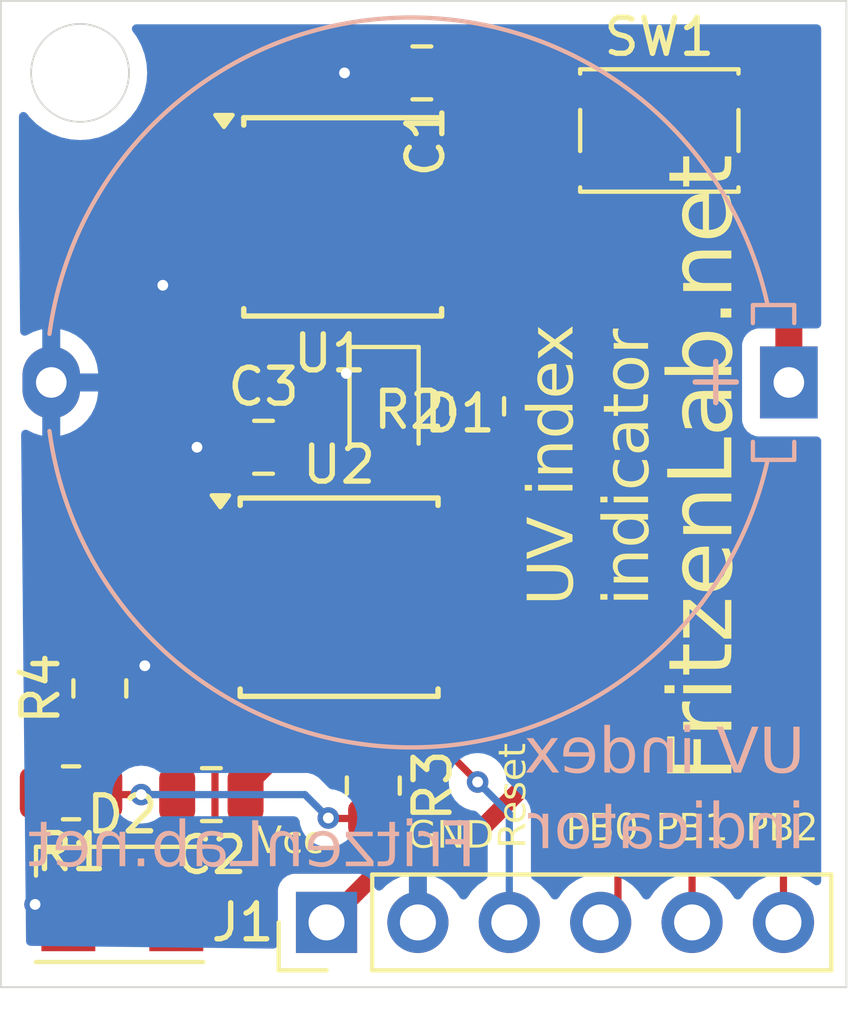
<source format=kicad_pcb>
(kicad_pcb (version 20240108) (generator "pcbnew") (generator_version "8.0")
  (layers (0 "F.Cu" signal) (31 "B.Cu" signal) (34 "B.Paste" user) (35 "F.Paste" user) (36 "B.SilkS" user "B.Silkscreen") (37 "F.SilkS" user "F.Silkscreen") (38 "B.Mask" user) (39 "F.Mask" user) (44 "Edge.Cuts" user))
  (net 0 "")
  (net 1 "GND")
  (net 2 "Net-(BT1-+)")
  (net 3 "VCC")
  (net 4 "Net-(D1-A)")
  (net 5 "B")
  (net 6 "PB5-reset")
  (net 7 "A")
  (net 8 "C")
  (net 10 "Net-(D2-K)")
  (net 11 "Net-(C2-Pad2)")
  (net 12 "UVsignal")
  (footprint "Capacitor_SMD:C_0805_2012Metric" (layer "F.Cu") (at 75.1 46.2 180)
    (property "Reference" "C1" (at -0.1 -1.9 90) (layer "F.SilkS"))
    (property "Value" "100n" (hide yes))
    (fp_line (start -0.261252 0.735) (end 0.261252 0.735) (stroke (width 0.12)) (layer "F.SilkS"))
    (fp_line (start -0.261252 -0.735) (end 0.261252 -0.735) (stroke (width 0.12)) (layer "F.SilkS"))
    (pad "1" smd roundrect (at -0.95 0 180) (size 1 1.45) (layers "F.Cu" "F.Paste" "F.Mask") (net 3 "VCC"))
    (pad "2" smd roundrect (at 0.95 0 180) (size 1 1.45) (layers "F.Cu" "F.Paste" "F.Mask") (net 1 "GND"))
  )
  (footprint "Package_SO:SOIC-8W_5.3x5.3mm_P1.27mm" (layer "F.Cu") (at 72.8 60.765)
    (property "Reference" "U2" (at 0 -3.68 360) (layer "F.SilkS"))
    (property "Value" "LM358")
    (fp_line (start -2.75 -2.755) (end -2.75 -2.55) (stroke (width 0.15)) (layer "F.SilkS"))
    (fp_line (start -2.75 -2.755) (end 2.75 -2.755) (stroke (width 0.15)) (layer "F.SilkS"))
    (fp_line (start -2.75 2.755) (end -2.75 2.55) (stroke (width 0.15)) (layer "F.SilkS"))
    (fp_line (start -2.75 2.755) (end 2.75 2.755) (stroke (width 0.15)) (layer "F.SilkS"))
    (fp_line (start 2.75 -2.755) (end 2.75 -2.55) (stroke (width 0.15)) (layer "F.SilkS"))
    (fp_line (start 2.75 2.755) (end 2.75 2.55) (stroke (width 0.15)) (layer "F.SilkS"))
    (fp_poly (pts (xy -3.3 -2.5) (xy -3.54 -2.83) (xy -3.06 -2.83) (xy -3.3 -2.5)) (stroke (width 0.12)) (fill solid) (layer "F.SilkS"))
    (pad "1" smd rect (at -3.65 -1.905) (size 1.7 0.65) (layers "F.Cu" "F.Paste" "F.Mask") (net 12 "UVsignal"))
    (pad "2" smd rect (at -3.65 -0.635) (size 1.7 0.65) (layers "F.Cu" "F.Paste" "F.Mask") (net 10 "Net-(D2-K)"))
    (pad "3" smd rect (at -3.65 0.635) (size 1.7 0.65) (layers "F.Cu" "F.Paste" "F.Mask") (net 1 "GND"))
    (pad "4" smd rect (at -3.65 1.905) (size 1.7 0.65) (layers "F.Cu" "F.Paste" "F.Mask") (net 1 "GND"))
    (pad "5" smd rect (at 3.65 1.905) (size 1.7 0.65) (layers "F.Cu" "F.Paste" "F.Mask"))
    (pad "6" smd rect (at 3.65 0.635) (size 1.7 0.65) (layers "F.Cu" "F.Paste" "F.Mask"))
    (pad "7" smd rect (at 3.65 -0.635) (size 1.7 0.65) (layers "F.Cu" "F.Paste" "F.Mask"))
    (pad "8" smd rect (at 3.65 -1.905) (size 1.7 0.65) (layers "F.Cu" "F.Paste" "F.Mask") (net 3 "VCC"))
  )
  (footprint "Resistor_SMD:R_0805_2012Metric" (layer "F.Cu") (at 66.15 63.3 90)
    (property "Reference" "R4" (at 0 -1.65 90) (layer "F.SilkS"))
    (property "Value" "1k")
    (fp_line (start -0.227064 -0.735) (end 0.227064 -0.735) (stroke (width 0.12)) (layer "F.SilkS"))
    (fp_line (start -0.227064 0.735) (end 0.227064 0.735) (stroke (width 0.12)) (layer "F.SilkS"))
    (pad "1" smd roundrect (at -0.9125 0 90) (size 1.025 1.4) (layers "F.Cu" "F.Paste" "F.Mask") (roundrect_rratio 0.243902) (net 11 "Net-(C2-Pad2)"))
    (pad "2" smd roundrect (at 0.9125 0 90) (size 1.025 1.4) (layers "F.Cu" "F.Paste" "F.Mask") (roundrect_rratio 0.243902) (net 1 "GND"))
  )
  (footprint "Resistor_SMD:R_0805_2012Metric" (layer "F.Cu") (at 76.65 55.4625 90)
    (property "Reference" "R2" (at -0.1 -1.9 0) (layer "F.SilkS"))
    (property "Value" "1k" (hide yes))
    (fp_line (start -0.227064 -0.735) (end 0.227064 -0.735) (stroke (width 0.12)) (layer "F.SilkS"))
    (fp_line (start -0.227064 0.735) (end 0.227064 0.735) (stroke (width 0.12)) (layer "F.SilkS"))
    (pad "1" smd roundrect (at -0.9125 0 90) (size 1.025 1.4) (layers "F.Cu" "F.Paste" "F.Mask") (roundrect_rratio 0.243902) (net 4 "Net-(D1-A)"))
    (pad "2" smd roundrect (at 0.9125 0 90) (size 1.025 1.4) (layers "F.Cu" "F.Paste" "F.Mask") (roundrect_rratio 0.243902) (net 7 "A"))
  )
  (footprint "Connector_PinHeader_2.54mm:PinHeader_1x06_P2.54mm_Vertical" (layer "F.Cu") (at 72.45 69.8 90)
    (property "Reference" "J1" (at 0 -2.33 360) (layer "F.SilkS"))
    (property "Value" "Conn_01x06_Pin" (hide yes))
    (fp_line (start -1.33 -1.33) (end 0 -1.33) (stroke (width 0.12)) (layer "F.SilkS"))
    (fp_line (start -1.33 0) (end -1.33 -1.33) (stroke (width 0.12)) (layer "F.SilkS"))
    (fp_line (start 1.33 1.27) (end 1.33 14.03) (stroke (width 0.12)) (layer "F.SilkS"))
    (fp_line (start -1.33 1.27) (end 1.33 1.27) (stroke (width 0.12)) (layer "F.SilkS"))
    (fp_line (start -1.33 1.27) (end -1.33 14.03) (stroke (width 0.12)) (layer "F.SilkS"))
    (fp_line (start -1.33 14.03) (end 1.33 14.03) (stroke (width 0.12)) (layer "F.SilkS"))
    (pad "1" thru_hole rect (at 0 0 90) (size 1.7 1.7) (drill 1) (layers "*.Cu" "*.Mask") (net 3 "VCC"))
    (pad "2" thru_hole oval (at 0 2.54 90) (size 1.7 1.7) (drill 1) (layers "*.Cu" "*.Mask") (net 1 "GND"))
    (pad "3" thru_hole oval (at 0 5.08 90) (size 1.7 1.7) (drill 1) (layers "*.Cu" "*.Mask") (net 6 "PB5-reset"))
    (pad "4" thru_hole oval (at 0 7.62 90) (size 1.7 1.7) (drill 1) (layers "*.Cu" "*.Mask") (net 7 "A"))
    (pad "5" thru_hole oval (at 0 10.16 90) (size 1.7 1.7) (drill 1) (layers "*.Cu" "*.Mask") (net 5 "B"))
    (pad "6" thru_hole oval (at 0 12.7 90) (size 1.7 1.7) (drill 1) (layers "*.Cu" "*.Mask") (net 8 "C"))
  )
  (footprint "Button_Switch_SMD:SW_SPST_PTS810" (layer "F.Cu") (at 81.7 47.8)
    (property "Reference" "SW1" (at 0 -2.6 0) (layer "F.SilkS"))
    (property "Value" "SW_Push_Dual" (hide yes))
    (fp_line (start -2.2 -1.7) (end -2.2 -1.58) (stroke (width 0.12)) (layer "F.SilkS"))
    (fp_line (start -2.2 -0.57) (end -2.2 0.57) (stroke (width 0.12)) (layer "F.SilkS"))
    (fp_line (start -2.2 1.58) (end -2.2 1.7) (stroke (width 0.12)) (layer "F.SilkS"))
    (fp_line (start -2.2 1.7) (end 2.2 1.7) (stroke (width 0.12)) (layer "F.SilkS"))
    (fp_line (start 2.2 -1.7) (end -2.2 -1.7) (stroke (width 0.12)) (layer "F.SilkS"))
    (fp_line (start 2.2 -1.58) (end 2.2 -1.7) (stroke (width 0.12)) (layer "F.SilkS"))
    (fp_line (start 2.2 0.57) (end 2.2 -0.57) (stroke (width 0.12)) (layer "F.SilkS"))
    (fp_line (start 2.2 1.7) (end 2.2 1.58) (stroke (width 0.12)) (layer "F.SilkS"))
    (pad "1" smd rect (at -2.075 -1.075) (size 1.05 0.65) (layers "F.Cu" "F.Paste" "F.Mask") (net 2 "Net-(BT1-+)"))
    (pad "1" smd rect (at 2.075 -1.075) (size 1.05 0.65) (layers "F.Cu" "F.Paste" "F.Mask") (net 2 "Net-(BT1-+)"))
    (pad "2" smd rect (at -2.075 1.075) (size 1.05 0.65) (layers "F.Cu" "F.Paste" "F.Mask") (net 3 "VCC"))
    (pad "2" smd rect (at 2.075 1.075) (size 1.05 0.65) (layers "F.Cu" "F.Paste" "F.Mask") (net 3 "VCC"))
  )
  (footprint "LED_SMD:LED_0805_2012Metric" (layer "F.Cu") (at 74.05 55.5 -90)
    (property "Reference" "D1" (at 0.1625 -2.1 360) (layer "F.SilkS"))
    (property "Value" "LED" (hide yes))
    (fp_line (start -1.685 0.96) (end 1 0.96) (stroke (width 0.12)) (layer "F.SilkS"))
    (fp_line (start -1.685 -0.96) (end -1.685 0.96) (stroke (width 0.12)) (layer "F.SilkS"))
    (fp_line (start 1 -0.96) (end -1.685 -0.96) (stroke (width 0.12)) (layer "F.SilkS"))
    (pad "1" smd roundrect (at -0.9375 0 270) (size 0.975 1.4) (layers "F.Cu" "F.Paste" "F.Mask") (net 1 "GND"))
    (pad "2" smd roundrect (at 0.9375 0 270) (size 0.975 1.4) (layers "F.Cu" "F.Paste" "F.Mask") (net 4 "Net-(D1-A)"))
  )
  (footprint "Package_SO:SOIC-8W_5.3x5.3mm_P1.27mm" (layer "F.Cu") (at 72.9 50.2)
    (property "Reference" "U1" (at -0.35 3.795 0) (layer "F.SilkS"))
    (property "Value" "ATtiny85V-10S" (hide yes))
    (fp_line (start -2.75 -2.755) (end -2.75 -2.55) (stroke (width 0.15)) (layer "F.SilkS"))
    (fp_line (start -2.75 -2.755) (end 2.75 -2.755) (stroke (width 0.15)) (layer "F.SilkS"))
    (fp_line (start -2.75 2.755) (end -2.75 2.55) (stroke (width 0.15)) (layer "F.SilkS"))
    (fp_line (start -2.75 2.755) (end 2.75 2.755) (stroke (width 0.15)) (layer "F.SilkS"))
    (fp_line (start 2.75 -2.755) (end 2.75 -2.55) (stroke (width 0.15)) (layer "F.SilkS"))
    (fp_line (start 2.75 2.755) (end 2.75 2.55) (stroke (width 0.15)) (layer "F.SilkS"))
    (fp_poly (pts (xy -3.3 -2.5) (xy -3.54 -2.83) (xy -3.06 -2.83) (xy -3.3 -2.5)) (stroke (width 0.12)) (fill solid) (layer "F.SilkS"))
    (pad "1" smd rect (at -3.65 -1.905) (size 1.7 0.65) (layers "F.Cu" "F.Paste" "F.Mask") (net 6 "PB5-reset"))
    (pad "2" smd rect (at -3.65 -0.635) (size 1.7 0.65) (layers "F.Cu" "F.Paste" "F.Mask") (net 12 "UVsignal"))
    (pad "3" smd rect (at -3.65 0.635) (size 1.7 0.65) (layers "F.Cu" "F.Paste" "F.Mask"))
    (pad "4" smd rect (at -3.65 1.905) (size 1.7 0.65) (layers "F.Cu" "F.Paste" "F.Mask") (net 1 "GND"))
    (pad "5" smd rect (at 3.65 1.905) (size 1.7 0.65) (layers "F.Cu" "F.Paste" "F.Mask") (net 7 "A"))
    (pad "6" smd rect (at 3.65 0.635) (size 1.7 0.65) (layers "F.Cu" "F.Paste" "F.Mask") (net 5 "B"))
    (pad "7" smd rect (at 3.65 -0.635) (size 1.7 0.65) (layers "F.Cu" "F.Paste" "F.Mask") (net 8 "C"))
    (pad "8" smd rect (at 3.65 -1.905) (size 1.7 0.65) (layers "F.Cu" "F.Paste" "F.Mask") (net 3 "VCC"))
  )
  (footprint "Capacitor_SMD:C_0805_2012Metric" (layer "F.Cu") (at 69.25 66.25 180)
    (property "Reference" "C2" (at 0 -1.68 360) (layer "F.SilkS"))
    (property "Value" "100n")
    (fp_line (start -0.261252 0.735) (end 0.261252 0.735) (stroke (width 0.12)) (layer "F.SilkS"))
    (fp_line (start -0.261252 -0.735) (end 0.261252 -0.735) (stroke (width 0.12)) (layer "F.SilkS"))
    (pad "1" smd roundrect (at -0.95 0 180) (size 1 1.45) (layers "F.Cu" "F.Paste" "F.Mask") (net 10 "Net-(D2-K)"))
    (pad "2" smd roundrect (at 0.95 0 180) (size 1 1.45) (layers "F.Cu" "F.Paste" "F.Mask") (net 11 "Net-(C2-Pad2)"))
  )
  (footprint "Capacitor_SMD:C_0805_2012Metric" (layer "F.Cu") (at 70.7 56.6)
    (property "Reference" "C3" (at 0 -1.68 360) (layer "F.SilkS"))
    (property "Value" "100n")
    (fp_line (start -0.261252 -0.735) (end 0.261252 -0.735) (stroke (width 0.12)) (layer "F.SilkS"))
    (fp_line (start -0.261252 0.735) (end 0.261252 0.735) (stroke (width 0.12)) (layer "F.SilkS"))
    (pad "1" smd roundrect (at -0.95 0) (size 1 1.45) (layers "F.Cu" "F.Paste" "F.Mask") (net 1 "GND"))
    (pad "2" smd roundrect (at 0.95 0) (size 1 1.45) (layers "F.Cu" "F.Paste" "F.Mask") (net 3 "VCC"))
  )
  (footprint "Resistor_SMD:R_0805_2012Metric" (layer "F.Cu") (at 65.35 66.2 180)
    (property "Reference" "R1" (at 0 -1.65 360) (layer "F.SilkS"))
    (property "Value" "3k3")
    (fp_line (start -0.227064 0.735) (end 0.227064 0.735) (stroke (width 0.12)) (layer "F.SilkS"))
    (fp_line (start -0.227064 -0.735) (end 0.227064 -0.735) (stroke (width 0.12)) (layer "F.SilkS"))
    (pad "1" smd roundrect (at -0.9125 0 180) (size 1.025 1.4) (layers "F.Cu" "F.Paste" "F.Mask") (roundrect_rratio 0.243902) (net 11 "Net-(C2-Pad2)"))
    (pad "2" smd roundrect (at 0.9125 0 180) (size 1.025 1.4) (layers "F.Cu" "F.Paste" "F.Mask") (roundrect_rratio 0.243902) (net 12 "UVsignal"))
  )
  (footprint "LED_SMD:LED_PLCC-2_3.4x3.0mm_AK" (layer "F.Cu") (at 66.775 69.3)
    (property "Reference" "D2" (at 0 -2.5 0) (layer "F.SilkS"))
    (property "Value" "D_Photo")
    (fp_line (start -2.4 -1.6) (end -2.4 -0.8) (stroke (width 0.12)) (layer "F.SilkS"))
    (fp_line (start 2.25 -1.6) (end -2.4 -1.6) (stroke (width 0.12)) (layer "F.SilkS"))
    (fp_line (start 2.25 1.6) (end -2.4 1.6) (stroke (width 0.12)) (layer "F.SilkS"))
    (pad "1" smd rect (at 1.5 0) (size 1.5 2.6) (layers "F.Cu" "F.Paste" "F.Mask") (net 10 "Net-(D2-K)"))
    (pad "2" smd rect (at -1.5 0) (size 1.5 2.6) (layers "F.Cu" "F.Paste" "F.Mask") (net 1 "GND"))
  )
  (footprint "Resistor_SMD:R_0805_2012Metric" (layer "F.Cu") (at 73.75 66 -90)
    (property "Reference" "R3" (at 0 -1.65 90) (layer "F.SilkS"))
    (property "Value" "1M")
    (fp_line (start -0.227064 0.735) (end 0.227064 0.735) (stroke (width 0.12)) (layer "F.SilkS"))
    (fp_line (start -0.227064 -0.735) (end 0.227064 -0.735) (stroke (width 0.12)) (layer "F.SilkS"))
    (pad "1" smd roundrect (at -0.9125 0 270) (size 1.025 1.4) (layers "F.Cu" "F.Paste" "F.Mask") (roundrect_rratio 0.243902) (net 10 "Net-(D2-K)"))
    (pad "2" smd roundrect (at 0.9125 0 270) (size 1.025 1.4) (layers "F.Cu" "F.Paste" "F.Mask") (roundrect_rratio 0.243902) (net 11 "Net-(C2-Pad2)"))
  )
  (footprint "Battery:Battery_Panasonic_CR2032-HFN_Horizontal_CircularHoles" (layer "B.Cu") (at 85.3 54.8 180)
    (property "Reference" "BT1" (hide yes))
    (property "Value" "Battery_Cell" (hide yes))
    (fp_line (start 1 2.15) (end -0.15 2.15) (stroke (width 0.12)) (layer "B.SilkS"))
    (fp_line (start 1 1.65) (end 1 2.15) (stroke (width 0.12)) (layer "B.SilkS"))
    (fp_line (start 1 -1.65) (end 1 -2.15) (stroke (width 0.12)) (layer "B.SilkS"))
    (fp_line (start 1 -2.15) (end -0.15 -2.15) (stroke (width 0.12)) (layer "B.SilkS"))
    (fp_line (start -0.15 1.65) (end -0.15 2.15) (stroke (width 0.12)) (layer "B.SilkS"))
    (fp_line (start -0.15 -1.65) (end -0.15 -2.15) (stroke (width 0.12)) (layer "B.SilkS"))
    (fp_arc (start 20.55 1.35) (mid 10.905879 10.130166) (end 0.59 2.15) (stroke (width 0.12)) (layer "B.SilkS"))
    (fp_arc (start 0.59 -2.15) (mid 10.905879 -10.130166) (end 20.55 -1.35) (stroke (width 0.12)) (layer "B.SilkS"))
    (fp_text user "+" (at 2.032 0.127 180) (layer "B.SilkS") (effects (font (size 1.5 1.5)) (justify mirror)))
    (pad "1" thru_hole rect (at 0 0 180) (size 1.6 2) (drill 0.85) (layers "*.Cu" "*.Mask") (net 2 "Net-(BT1-+)"))
    (pad "2" thru_hole oval (at 20.5 0 180) (size 1.6 2) (drill 0.85) (layers "*.Cu" "*.Mask") (net 1 "GND"))
  )
  (gr_rect (start 63.4 44.2) (end 86.9 71.6) (stroke (width 0.05)) (fill none) (layer "Edge.Cuts"))
  (gr_circle (center 65.6 46.2) (end 66.4 47.3) (stroke (width 0.05)) (fill none) (layer "Edge.Cuts"))
  (gr_text "UV index\nindicator" (at 85.75 67.95 0) (layer "B.SilkS") (effects (font (size 1.25 1.25)) (justify left bottom mirror)))
  (gr_text "FritzenLab.net" (at 76.6 68.45 0) (layer "B.SilkS") (effects (font (size 1.25 1.25)) (justify left bottom mirror)))
  (gr_text "Vcc" (at 70.5 68 0) (layer "F.SilkS") (effects (font (size 0.75 0.75) (thickness 0.1875)) (justify left bottom)))
  (gr_text "PB2" (at 84.1 67.65 0) (layer "F.SilkS") (effects (font (size 0.75 0.75) (thickness 0.1875)) (justify left bottom)))
  (gr_text "PB0" (at 79.1 67.65 0) (layer "F.SilkS") (effects (font (size 0.75 0.75) (thickness 0.1875)) (justify left bottom)))
  (gr_text "GND" (at 74.7 67.85 0) (layer "F.SilkS") (effects (font (size 0.75 0.75) (thickness 0.1875)) (justify left bottom)))
  (gr_text "PB1" (at 81.6 67.65 0) (layer "F.SilkS") (effects (font (size 0.75 0.75) (thickness 0.1875)) (justify left bottom)))
  (gr_text "UV index\nindicator" (at 81.6 61 90) (layer "F.SilkS") (effects (font (size 1.25 1.25)) (justify left bottom)))
  (gr_text "FritzenLab.net" (at 84 65.9 90) (layer "F.SilkS") (effects (font (size 1.75 1.75)) (justify left bottom)))
  (gr_text "Reset" (at 78.1 67.75 90) (layer "F.SilkS") (effects (font (size 0.75 0.75) (thickness 0.1875)) (justify left bottom)))
  (segment (start 70.5 63.3) (end 69.35 64.45) (width 0.2) (layer "F.Cu") (net 1))
  (segment (start 70.5 61.85) (end 70.5 63.3) (width 0.2) (layer "F.Cu") (net 1))
  (segment (start 69.3 67.05) (end 68.8 67.55) (width 0.2) (layer "F.Cu") (net 1))
  (segment (start 66.15 62.3875) (end 67.0375 62.3875) (width 0.5) (layer "F.Cu") (net 1))
  (segment (start 69.35 67.05) (end 69.3 67.05) (width 0.2) (layer "F.Cu") (net 1))
  (segment (start 69.15 61.4) (end 70.05 61.4) (width 0.2) (layer "F.Cu") (net 1))
  (segment (start 73.0125 54.5625) (end 73 54.55) (width 0.5) (layer "F.Cu") (net 1))
  (segment (start 67.4 62.67) (end 69.15 62.67) (width 0.5) (layer "F.Cu") (net 1))
  (segment (start 67.905 52.105) (end 67.9 52.1) (width 0.5) (layer "F.Cu") (net 1))
  (segment (start 65.275 68.825) (end 65.275 69.3) (width 0.2) (layer "F.Cu") (net 1))
  (segment (start 69.75 56.6) (end 68.85 56.6) (width 0.5) (layer "F.Cu") (net 1))
  (segment (start 66.55 67.55) (end 65.275 68.825) (width 0.2) (layer "F.Cu") (net 1))
  (segment (start 74.05 54.5625) (end 73.0125 54.5625) (width 0.5) (layer "F.Cu") (net 1))
  (segment (start 74.15 46.2) (end 72.95 46.2) (width 0.5) (layer "F.Cu") (net 1))
  (segment (start 65.275 69.3) (end 64.35 69.3) (width 0.5) (layer "F.Cu") (net 1))
  (segment (start 67.32 62.67) (end 67.4 62.67) (width 0.5) (layer "F.Cu") (net 1))
  (segment (start 67.0375 62.3875) (end 67.32 62.67) (width 0.5) (layer "F.Cu") (net 1))
  (segment (start 69.25 52.105) (end 68.15 52.105) (width 0.5) (layer "F.Cu") (net 1))
  (segment (start 69.35 64.45) (end 69.35 67.05) (width 0.2) (layer "F.Cu") (net 1))
  (segment (start 70.05 61.4) (end 70.5 61.85) (width 0.2) (layer "F.Cu") (net 1))
  (segment (start 68.8 67.55) (end 66.55 67.55) (width 0.2) (layer "F.Cu") (net 1))
  (via (at 73 54.55) (size 0.6) (drill 0.3) (layers "F.Cu" "B.Cu") (net 1))
  (via (at 64.35 69.3) (size 0.6) (drill 0.3) (layers "F.Cu" "B.Cu") (net 1))
  (via (at 67.9 52.1) (size 0.6) (drill 0.3) (layers "F.Cu" "B.Cu") (net 1))
  (via (at 72.95 46.2) (size 0.6) (drill 0.3) (layers "F.Cu" "B.Cu") (net 1))
  (via (at 67.4 62.67) (size 0.6) (drill 0.3) (layers "F.Cu" "B.Cu") (net 1))
  (via (at 68.85 56.6) (size 0.6) (drill 0.3) (layers "F.Cu" "B.Cu") (net 1))
  (segment (start 83.775 46.725) (end 79.625 46.725) (width 0.75) (layer "F.Cu") (net 2))
  (segment (start 85.3 54.8) (end 85.3 48.25) (width 0.75) (layer "F.Cu") (net 2))
  (segment (start 85.3 48.25) (end 83.775 46.725) (width 0.75) (layer "F.Cu") (net 2))
  (segment (start 76.05 47.795) (end 76.55 48.295) (width 0.75) (layer "F.Cu") (net 3))
  (segment (start 71.65 56.6) (end 73.91 58.86) (width 0.5) (layer "F.Cu") (net 3))
  (segment (start 72.45 69.8) (end 74.375 67.875) (width 0.5) (layer "F.Cu") (net 3))
  (segment (start 77.9 46.2) (end 76.05 46.2) (width 0.75) (layer "F.Cu") (net 3))
  (segment (start 79.625 48.875) (end 83.775 48.875) (width 0.75) (layer "F.Cu") (net 3))
  (segment (start 74.375 67.875) (end 76.075 67.875) (width 0.5) (layer "F.Cu") (net 3))
  (segment (start 73.91 58.86) (end 76.45 58.86) (width 0.5) (layer "F.Cu") (net 3))
  (segment (start 71.65 56.6) (end 71.65 51.845) (width 0.5) (layer "F.Cu") (net 3))
  (segment (start 78.15 46.45) (end 77.9 46.2) (width 0.75) (layer "F.Cu") (net 3))
  (segment (start 77.8 58.86) (end 76.45 58.86) (width 0.5) (layer "F.Cu") (net 3))
  (segment (start 76.05 46.2) (end 76.05 47.795) (width 0.75) (layer "F.Cu") (net 3))
  (segment (start 76.075 67.875) (end 80 63.95) (width 0.5) (layer "F.Cu") (net 3))
  (segment (start 78.15 47.4) (end 78.15 46.45) (width 0.75) (layer "F.Cu") (net 3))
  (segment (start 75.2 48.295) (end 76.55 48.295) (width 0.5) (layer "F.Cu") (net 3))
  (segment (start 79.625 48.875) (end 78.15 47.4) (width 0.75) (layer "F.Cu") (net 3))
  (segment (start 71.65 51.845) (end 75.2 48.295) (width 0.5) (layer "F.Cu") (net 3))
  (segment (start 80 61.06) (end 77.8 58.86) (width 0.5) (layer "F.Cu") (net 3))
  (segment (start 80 63.95) (end 80 61.06) (width 0.5) (layer "F.Cu") (net 3))
  (segment (start 76.5875 56.4375) (end 76.65 56.375) (width 0.2) (layer "F.Cu") (net 4))
  (segment (start 74.05 56.4375) (end 76.5875 56.4375) (width 0.2) (layer "F.Cu") (net 4))
  (segment (start 76.55 50.835) (end 77.075 50.835) (width 0.2) (layer "F.Cu") (net 5))
  (segment (start 82.61 56.37) (end 82.61 69.8) (width 0.2) (layer "F.Cu") (net 5))
  (segment (start 77.075 50.835) (end 82.61 56.37) (width 0.2) (layer "F.Cu") (net 5))
  (segment (start 69.755 48.295) (end 70.85 49.39) (width 0.2) (layer "F.Cu") (net 6))
  (segment (start 70.85 60.1) (end 76.65 65.9) (width 0.2) (layer "F.Cu") (net 6))
  (segment (start 70.85 49.39) (end 70.85 60.1) (width 0.2) (layer "F.Cu") (net 6))
  (segment (start 69.25 48.295) (end 69.755 48.295) (width 0.2) (layer "F.Cu") (net 6))
  (via (at 76.65 65.9) (size 0.6) (drill 0.3) (layers "F.Cu" "B.Cu") (net 6))
  (segment (start 77.53 69.8) (end 77.53 66.78) (width 0.2) (layer "B.Cu") (net 6))
  (segment (start 77.53 66.78) (end 76.65 65.9) (width 0.2) (layer "B.Cu") (net 6))
  (segment (start 76.65 52.205) (end 76.55 52.105) (width 0.2) (layer "F.Cu") (net 7))
  (segment (start 76.55 52.105) (end 80.55 56.105) (width 0.2) (layer "F.Cu") (net 7))
  (segment (start 80.55 69.32) (end 80.07 69.8) (width 0.2) (layer "F.Cu") (net 7))
  (segment (start 76.65 54.55) (end 76.65 52.205) (width 0.2) (layer "F.Cu") (net 7))
  (segment (start 80.55 56.105) (end 80.55 69.32) (width 0.2) (layer "F.Cu") (net 7))
  (segment (start 77.075 49.565) (end 85.15 57.64) (width 0.2) (layer "F.Cu") (net 8))
  (segment (start 85.15 57.64) (end 85.15 69.8) (width 0.2) (layer "F.Cu") (net 8))
  (segment (start 76.55 49.565) (end 77.075 49.565) (width 0.2) (layer "F.Cu") (net 8))
  (segment (start 68.275 69.3) (end 70.2 67.375) (width 0.2) (layer "F.Cu") (net 10))
  (segment (start 69.675 60.13) (end 71.8 62.255) (width 0.2) (layer "F.Cu") (net 10))
  (segment (start 69.15 60.13) (end 69.675 60.13) (width 0.2) (layer "F.Cu") (net 10))
  (segment (start 70.2 67.375) (end 70.2 66.25) (width 0.2) (layer "F.Cu") (net 10))
  (segment (start 71.8 62.255) (end 71.8 65.0875) (width 0.2) (layer "F.Cu") (net 10))
  (segment (start 71.3625 65.0875) (end 70.2 66.25) (width 0.2) (layer "F.Cu") (net 10))
  (segment (start 73.75 65.0875) (end 71.8 65.0875) (width 0.2) (layer "F.Cu") (net 10))
  (segment (start 71.8 65.0875) (end 71.3625 65.0875) (width 0.2) (layer "F.Cu") (net 10))
  (segment (start 72.5125 66.9125) (end 72.5 66.9) (width 0.2) (layer "F.Cu") (net 11))
  (segment (start 66.2625 64.325) (end 66.15 64.2125) (width 0.2) (layer "F.Cu") (net 11))
  (segment (start 66.3125 66.25) (end 66.2625 66.2) (width 0.2) (layer "F.Cu") (net 11))
  (segment (start 66.2625 66.2) (end 66.2625 64.325) (width 0.2) (layer "F.Cu") (net 11))
  (segment (start 73.75 66.9125) (end 72.5125 66.9125) (width 0.2) (layer "F.Cu") (net 11))
  (segment (start 67.3 66.25) (end 66.3125 66.25) (width 0.2) (layer "F.Cu") (net 11))
  (segment (start 68.3 66.25) (end 67.3 66.25) (width 0.2) (layer "F.Cu") (net 11))
  (via (at 67.3 66.25) (size 0.6) (drill 0.3) (layers "F.Cu" "B.Cu") (net 11))
  (via (at 72.5 66.9) (size 0.6) (drill 0.3) (layers "F.Cu" "B.Cu") (net 11))
  (segment (start 71.85 66.25) (end 67.3 66.25) (width 0.2) (layer "B.Cu") (net 11))
  (segment (start 72.5 66.9) (end 71.85 66.25) (width 0.2) (layer "B.Cu") (net 11))
  (segment (start 66.69 58.86) (end 64.4375 61.1125) (width 0.2) (layer "F.Cu") (net 12))
  (segment (start 66.75 50.85) (end 68.035 49.565) (width 0.2) (layer "F.Cu") (net 12))
  (segment (start 64.4375 61.1125) (end 64.4375 66.2) (width 0.2) (layer "F.Cu") (net 12))
  (segment (start 69.15 58.86) (end 67.76 58.86) (width 0.2) (layer "F.Cu") (net 12))
  (segment (start 68.035 49.565) (end 69.25 49.565) (width 0.2) (layer "F.Cu") (net 12))
  (segment (start 67.76 58.86) (end 66.69 58.86) (width 0.2) (layer "F.Cu") (net 12))
  (segment (start 67.76 58.86) (end 66.75 57.85) (width 0.2) (layer "F.Cu") (net 12))
  (segment (start 66.75 57.85) (end 66.75 50.85) (width 0.2) (layer "F.Cu") (net 12))
  (zone (net 1) (net_name "GND") (layer "B.Cu") (connect_pads (clearance 0.5)) (min_thickness 0.25) (fill yes (thermal_gap 0.5) (thermal_bridge_width 0.5))
    (polygon (pts (xy 63.85 44.7) (xy 64.1 70.45) (xy 86.2 70.7) (xy 86.2 44.85) (xy 63.85 44.85) (xy 63.8 45.05) (xy 63.85 44.85)))
  )
)
</source>
